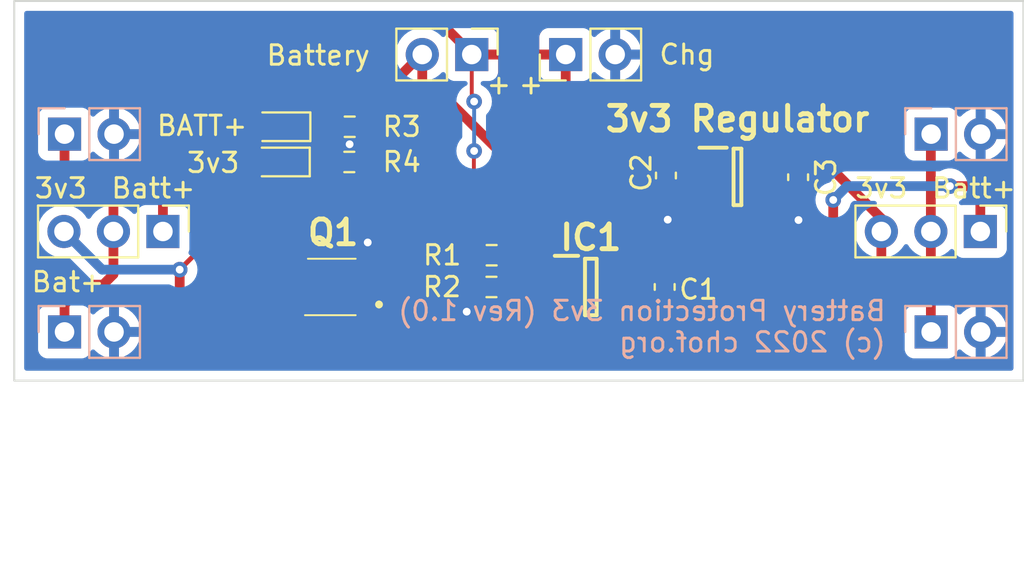
<source format=kicad_pcb>
(kicad_pcb (version 20211014) (generator pcbnew)
  (title_block (company "chof.org"))
  (layers (0 "F.Cu" signal) (31 "B.Cu" signal) (34 "B.Paste" user) (35 "F.Paste" user) (36 "B.SilkS" user "B.Silkscreen") (37 "F.SilkS" user "F.Silkscreen") (38 "B.Mask" user) (39 "F.Mask" user) (44 "Edge.Cuts" user))
  (net 0 "")
  (net 1 "/BATT-")
  (net 2 "/BATT+")
  (net 3 "GND")
  (net 4 "+3V3")
  (net 5 "Net-(IC1-Pad1)")
  (net 6 "Net-(IC1-Pad2)")
  (net 7 "Net-(IC1-Pad3)")
  (net 12 "/VCC")
  (net 13 "/Left")
  (net 14 "/Right")
  (net 15 "Net-(D1-Pad1)")
  (net 16 "Net-(D2-Pad1)")
  (footprint "Resistor_SMD:R_0603_1608Metric_Pad0.98x0.95mm_HandSolder" (layer "F.Cu") (at 161.29 97.79 180)
    (fp_text reference "R2" (at 2.54 0) (layer "F.SilkS"))
    (fp_text value "2k")
    (fp_line (start -0.254724 0.5225) (end 0.254724 0.5225) (layer "F.SilkS") (width 0.12))
    (fp_line (start -0.254724 -0.5225) (end 0.254724 -0.5225) (layer "F.SilkS") (width 0.12))
    (pad "1" smd roundrect (at -0.9125 0 180) (size 0.975 0.95) (layers "F.Cu" "F.Paste" "F.Mask") (net 6 "Net-(IC1-Pad2)"))
    (pad "2" smd roundrect (at 0.9125 0 180) (size 0.975 0.95) (layers "F.Cu" "F.Paste" "F.Mask") (net 3 "GND"))
  )
  (footprint "Connector_PinHeader_2.54mm:PinHeader_1x03_P2.54mm_Vertical" (layer "F.Cu") (at 144.43 94.94 -90)
    (fp_text reference "JL1" hide)
    (fp_text value "Conn_01x03" hide)
    (fp_line (start -1.33 1.27) (end 1.33 1.27) (layer "F.SilkS") (width 0.12))
    (fp_line (start -1.33 -1.33) (end 0 -1.33) (layer "F.SilkS") (width 0.12))
    (fp_line (start -1.33 6.41) (end 1.33 6.41) (layer "F.SilkS") (width 0.12))
    (fp_line (start -1.33 1.27) (end -1.33 6.41) (layer "F.SilkS") (width 0.12))
    (fp_line (start 1.33 1.27) (end 1.33 6.41) (layer "F.SilkS") (width 0.12))
    (fp_line (start -1.33 0) (end -1.33 -1.33) (layer "F.SilkS") (width 0.12))
    (pad "1" thru_hole rect (at 0 0 270) (size 1.7 1.7) (drill 1) (layers *.Cu *.Mask) (net 2 "/BATT+"))
    (pad "2" thru_hole oval (at 0 2.54 270) (size 1.7 1.7) (drill 1) (layers *.Cu *.Mask) (net 13 "/Left"))
    (pad "3" thru_hole oval (at 0 5.08 270) (size 1.7 1.7) (drill 1) (layers *.Cu *.Mask) (net 4 "+3V3"))
  )
  (footprint "LED_SMD:LED_0603_1608Metric_Pad1.05x0.95mm_HandSolder" (layer "F.Cu") (at 150.305 91.37 180)
    (fp_text reference "D2" hide)
    (fp_text value "3v3" (at 3.295 -0.04 180) (layer "F.SilkS"))
    (fp_line (start -1.66 -0.735) (end -1.66 0.735) (layer "F.SilkS") (width 0.12))
    (fp_line (start -1.66 0.735) (end 0.8 0.735) (layer "F.SilkS") (width 0.12))
    (fp_line (start 0.8 -0.735) (end -1.66 -0.735) (layer "F.SilkS") (width 0.12))
    (pad "1" smd roundrect (at -0.875 0 180) (size 1.05 0.95) (layers "F.Cu" "F.Paste" "F.Mask") (net 16 "Net-(D2-Pad1)"))
    (pad "2" smd roundrect (at 0.875 0 180) (size 1.05 0.95) (layers "F.Cu" "F.Paste" "F.Mask") (net 4 "+3V3"))
  )
  (footprint "footprints:FS8205" (layer "F.Cu") (at 153.67 97.79 180)
    (fp_text reference "Q1" (at 0.508 2.794) (layer "F.SilkS") (effects (font (size 1.27 1.27) (thickness 0.254))))
    (fp_text value "FS8205" hide)
    (fp_line (start -0.65 -1.45) (end 1.95 -1.45) (layer "F.SilkS") (width 0.1))
    (fp_line (start -0.65 1.45) (end 1.8 1.45) (layer "F.SilkS") (width 0.1))
    (fp_line (start -1.85 -0.8) (end -1.85 -0.8) (layer "F.SilkS") (width 0.2))
    (fp_line (start -1.85 -1) (end -1.85 -1) (layer "F.SilkS") (width 0.2))
    (fp_arc (start -1.85 -0.8) (mid -1.95 -0.9) (end -1.85 -1) (layer "F.SilkS") (width 0.2))
    (fp_arc (start -1.85 -1) (mid -1.75 -0.9) (end -1.85 -0.8) (layer "F.SilkS") (width 0.2))
    (pad "1" smd rect (at -0.5 -0.95 270) (size 0.6 1.4) (layers "F.Cu" "F.Paste" "F.Mask") (net 1 "/BATT-"))
    (pad "2" smd rect (at -0.5 0 270) (size 0.6 1.4) (layers "F.Cu" "F.Paste" "F.Mask"))
    (pad "3" smd rect (at -0.5 0.95 270) (size 0.6 1.4) (layers "F.Cu" "F.Paste" "F.Mask") (net 3 "GND"))
    (pad "4" smd rect (at 1.8 -0.95 270) (size 0.6 1.4) (layers "F.Cu" "F.Paste" "F.Mask") (net 7 "Net-(IC1-Pad3)"))
    (pad "5" smd rect (at 1.8 0 270) (size 0.6 1.4) (layers "F.Cu" "F.Paste" "F.Mask"))
    (pad "6" smd rect (at 1.8 0.95 270) (size 0.6 1.4) (layers "F.Cu" "F.Paste" "F.Mask") (net 5 "Net-(IC1-Pad1)"))
  )
  (footprint "footprints:SOT95P280X145-6N" (layer "F.Cu") (at 166.39 97.79)
    (fp_text reference "IC1" (at 0 -2.54) (layer "F.SilkS") (effects (font (size 1.27 1.27) (thickness 0.254))))
    (fp_text value "FS312F-G" hide)
    (fp_line (start -1.85 -1.6) (end -0.65 -1.6) (layer "F.SilkS") (width 0.2))
    (fp_line (start 0.3 -1.45) (end 0.3 1.45) (layer "F.SilkS") (width 0.2))
    (fp_line (start -0.3 1.45) (end -0.3 -1.45) (layer "F.SilkS") (width 0.2))
    (fp_line (start 0.3 1.45) (end -0.3 1.45) (layer "F.SilkS") (width 0.2))
    (fp_line (start -0.3 -1.45) (end 0.3 -1.45) (layer "F.SilkS") (width 0.2))
    (pad "1" smd rect (at -1.25 -0.95 90) (size 0.6 1.2) (layers "F.Cu" "F.Paste" "F.Mask") (net 5 "Net-(IC1-Pad1)"))
    (pad "2" smd rect (at -1.25 0 90) (size 0.6 1.2) (layers "F.Cu" "F.Paste" "F.Mask") (net 6 "Net-(IC1-Pad2)"))
    (pad "3" smd rect (at -1.25 0.95 90) (size 0.6 1.2) (layers "F.Cu" "F.Paste" "F.Mask") (net 7 "Net-(IC1-Pad3)"))
    (pad "4" smd rect (at 1.25 0.95 90) (size 0.6 1.2) (layers "F.Cu" "F.Paste" "F.Mask"))
    (pad "5" smd rect (at 1.25 0 90) (size 0.6 1.2) (layers "F.Cu" "F.Paste" "F.Mask") (net 12 "/VCC"))
    (pad "6" smd rect (at 1.25 -0.95 90) (size 0.6 1.2) (layers "F.Cu" "F.Paste" "F.Mask") (net 1 "/BATT-"))
  )
  (footprint "Connector_PinHeader_2.54mm:PinHeader_1x03_P2.54mm_Vertical" (layer "F.Cu") (at 186.38 94.94 -90)
    (fp_text reference "JR1" hide)
    (fp_text value "Conn_01x03" hide)
    (fp_line (start 1.33 1.27) (end 1.33 6.41) (layer "F.SilkS") (width 0.12))
    (fp_line (start -1.33 -1.33) (end 0 -1.33) (layer "F.SilkS") (width 0.12))
    (fp_line (start -1.33 0) (end -1.33 -1.33) (layer "F.SilkS") (width 0.12))
    (fp_line (start -1.33 1.27) (end 1.33 1.27) (layer "F.SilkS") (width 0.12))
    (fp_line (start -1.33 6.41) (end 1.33 6.41) (layer "F.SilkS") (width 0.12))
    (fp_line (start -1.33 1.27) (end -1.33 6.41) (layer "F.SilkS") (width 0.12))
    (pad "1" thru_hole rect locked (at 0 0 270) (size 1.7 1.7) (drill 1) (layers *.Cu *.Mask) (net 2 "/BATT+"))
    (pad "2" thru_hole oval locked (at 0 2.54 270) (size 1.7 1.7) (drill 1) (layers *.Cu *.Mask) (net 14 "/Right"))
    (pad "3" thru_hole oval locked (at 0 5.08 270) (size 1.7 1.7) (drill 1) (layers *.Cu *.Mask) (net 4 "+3V3"))
  )
  (footprint "Resistor_SMD:R_0603_1608Metric_Pad0.98x0.95mm_HandSolder" (layer "F.Cu") (at 153.995 91.37)
    (fp_text reference "R4" (at 2.69 0) (layer "F.SilkS"))
    (fp_text value "680")
    (fp_line (start -0.254724 0.5225) (end 0.254724 0.5225) (layer "F.SilkS") (width 0.12))
    (fp_line (start -0.254724 -0.5225) (end 0.254724 -0.5225) (layer "F.SilkS") (width 0.12))
    (pad "1" smd roundrect (at -0.9125 0) (size 0.975 0.95) (layers "F.Cu" "F.Paste" "F.Mask") (net 16 "Net-(D2-Pad1)"))
    (pad "2" smd roundrect (at 0.9125 0) (size 0.975 0.95) (layers "F.Cu" "F.Paste" "F.Mask") (net 3 "GND"))
  )
  (footprint "Resistor_SMD:R_0603_1608Metric_Pad0.98x0.95mm_HandSolder" (layer "F.Cu") (at 161.3 96.16 180)
    (fp_text reference "R1" (at 2.54 0) (layer "F.SilkS"))
    (fp_text value "100")
    (fp_line (start -0.254724 -0.5225) (end 0.254724 -0.5225) (layer "F.SilkS") (width 0.12))
    (fp_line (start -0.254724 0.5225) (end 0.254724 0.5225) (layer "F.SilkS") (width 0.12))
    (pad "1" smd roundrect (at -0.9125 0 180) (size 0.975 0.95) (layers "F.Cu" "F.Paste" "F.Mask") (net 12 "/VCC"))
    (pad "2" smd roundrect (at 0.9125 0 180) (size 0.975 0.95) (layers "F.Cu" "F.Paste" "F.Mask") (net 2 "/BATT+"))
  )
  (footprint "footprints:SOT95P270X145-5N" (layer "F.Cu") (at 173.91425 92.1355)
    (fp_text reference "IC2" hide)
    (fp_text value "3v3 Regulator" (at 0.00575 -2.9755) (layer "F.SilkS") (effects (font (size 1.27 1.27) (thickness 0.254))))
    (fp_line (start -0.2 1.45) (end -0.2 -1.45) (layer "F.SilkS") (width 0.2))
    (fp_line (start -0.2 -1.45) (end 0.2 -1.45) (layer "F.SilkS") (width 0.2))
    (fp_line (start 0.2 -1.45) (end 0.2 1.45) (layer "F.SilkS") (width 0.2))
    (fp_line (start 0.2 1.45) (end -0.2 1.45) (layer "F.SilkS") (width 0.2))
    (fp_line (start -1.95 -1.5) (end -0.55 -1.5) (layer "F.SilkS") (width 0.2))
    (pad "1" smd rect (at -1.25 -0.95 90) (size 0.6 1.4) (layers "F.Cu" "F.Paste" "F.Mask") (net 2 "/BATT+"))
    (pad "2" smd rect (at -1.25 0 90) (size 0.6 1.4) (layers "F.Cu" "F.Paste" "F.Mask") (net 3 "GND"))
    (pad "3" smd rect (at -1.25 0.95 90) (size 0.6 1.4) (layers "F.Cu" "F.Paste" "F.Mask") (net 2 "/BATT+"))
    (pad "4" smd rect (at 1.25 0.95 90) (size 0.6 1.4) (layers "F.Cu" "F.Paste" "F.Mask"))
    (pad "5" smd rect (at 1.25 -0.95 90) (size 0.6 1.4) (layers "F.Cu" "F.Paste" "F.Mask") (net 4 "+3V3"))
  )
  (footprint "Capacitor_SMD:C_0603_1608Metric_Pad1.08x0.95mm_HandSolder" (layer "F.Cu") (at 170.18 97.79 90)
    (fp_text reference "C1" (at -0.13 1.73 180) (layer "F.SilkS"))
    (fp_text value "0.1uF")
    (fp_line (start -0.146267 -0.51) (end 0.146267 -0.51) (layer "F.SilkS") (width 0.12))
    (fp_line (start -0.146267 0.51) (end 0.146267 0.51) (layer "F.SilkS") (width 0.12))
    (pad "1" smd roundrect (at -0.8625 0 90) (size 1.075 0.95) (layers "F.Cu" "F.Paste" "F.Mask") (net 12 "/VCC"))
    (pad "2" smd roundrect (at 0.8625 0 90) (size 1.075 0.95) (layers "F.Cu" "F.Paste" "F.Mask") (net 1 "/BATT-"))
  )
  (footprint "Resistor_SMD:R_0603_1608Metric_Pad0.98x0.95mm_HandSolder" (layer "F.Cu") (at 154.015 89.56)
    (fp_text reference "R3" (at 2.67 0) (layer "F.SilkS"))
    (fp_text value "680")
    (fp_line (start -0.254724 -0.5225) (end 0.254724 -0.5225) (layer "F.SilkS") (width 0.12))
    (fp_line (start -0.254724 0.5225) (end 0.254724 0.5225) (layer "F.SilkS") (width 0.12))
    (pad "1" smd roundrect (at -0.9125 0) (size 0.975 0.95) (layers "F.Cu" "F.Paste" "F.Mask") (net 15 "Net-(D1-Pad1)"))
    (pad "2" smd roundrect (at 0.9125 0) (size 0.975 0.95) (layers "F.Cu" "F.Paste" "F.Mask") (net 3 "GND"))
  )
  (footprint "Connector_PinHeader_2.54mm:PinHeader_1x02_P2.54mm_Vertical" (layer "F.Cu") (at 160.279 85.852 -90)
    (fp_text reference "J3")
    (fp_text value "Battery" (at 0.042 7.879 180) (layer "F.SilkS"))
    (fp_line (start -1.33 0) (end -1.33 -1.33) (layer "F.SilkS") (width 0.12))
    (fp_line (start -1.33 -1.33) (end 0 -1.33) (layer "F.SilkS") (width 0.12))
    (fp_line (start -1.33 3.87) (end 1.33 3.87) (layer "F.SilkS") (width 0.12))
    (fp_line (start -1.33 1.27) (end 1.33 1.27) (layer "F.SilkS") (width 0.12))
    (fp_line (start 1.33 1.27) (end 1.33 3.87) (layer "F.SilkS") (width 0.12))
    (fp_line (start -1.33 1.27) (end -1.33 3.87) (layer "F.SilkS") (width 0.12))
    (pad "1" thru_hole rect (at 0 0 270) (size 1.7 1.7) (drill 1) (layers *.Cu *.Mask) (net 2 "/BATT+"))
    (pad "2" thru_hole oval (at 0 2.54 270) (size 1.7 1.7) (drill 1) (layers *.Cu *.Mask) (net 1 "/BATT-"))
  )
  (footprint "Capacitor_SMD:C_0603_1608Metric_Pad1.08x0.95mm_HandSolder" (layer "F.Cu") (at 170.24425 92.0655 -90)
    (fp_text reference "C2" (at -0.146267 1.27 90) (layer "F.SilkS"))
    (fp_text value "1uF")
    (fp_line (start -0.146267 -0.51) (end 0.146267 -0.51) (layer "F.SilkS") (width 0.12))
    (fp_line (start -0.146267 0.51) (end 0.146267 0.51) (layer "F.SilkS") (width 0.12))
    (pad "1" smd roundrect (at -0.8625 0 270) (size 1.075 0.95) (layers "F.Cu" "F.Paste" "F.Mask") (net 2 "/BATT+"))
    (pad "2" smd roundrect (at 0.8625 0 270) (size 1.075 0.95) (layers "F.Cu" "F.Paste" "F.Mask") (net 3 "GND"))
  )
  (footprint "Connector_PinHeader_2.54mm:PinHeader_1x02_P2.54mm_Vertical" (layer "F.Cu") (at 165.1 85.852 90)
    (fp_text reference "J6")
    (fp_text value "Chg" (at 0 6.223 180) (layer "F.SilkS"))
    (fp_line (start -1.33 1.27) (end -1.33 3.87) (layer "F.SilkS") (width 0.12))
    (fp_line (start -1.33 1.27) (end 1.33 1.27) (layer "F.SilkS") (width 0.12))
    (fp_line (start 1.33 1.27) (end 1.33 3.87) (layer "F.SilkS") (width 0.12))
    (fp_line (start -1.33 3.87) (end 1.33 3.87) (layer "F.SilkS") (width 0.12))
    (fp_line (start -1.33 -1.33) (end 0 -1.33) (layer "F.SilkS") (width 0.12))
    (fp_line (start -1.33 0) (end -1.33 -1.33) (layer "F.SilkS") (width 0.12))
    (pad "1" thru_hole rect locked (at 0 0 90) (size 1.7 1.7) (drill 1) (layers *.Cu *.Mask) (net 2 "/BATT+"))
    (pad "2" thru_hole oval locked (at 0 2.54 90) (size 1.7 1.7) (drill 1) (layers *.Cu *.Mask) (net 3 "GND"))
  )
  (footprint "Capacitor_SMD:C_0603_1608Metric_Pad1.08x0.95mm_HandSolder" (layer "F.Cu") (at 177.028 92.153 -90)
    (fp_text reference "C3" (at 0 -1.43 90) (layer "F.SilkS"))
    (fp_text value "1uF")
    (fp_line (start -0.146267 0.51) (end 0.146267 0.51) (layer "F.SilkS") (width 0.12))
    (fp_line (start -0.146267 -0.51) (end 0.146267 -0.51) (layer "F.SilkS") (width 0.12))
    (pad "1" smd roundrect (at -0.8625 0 270) (size 1.075 0.95) (layers "F.Cu" "F.Paste" "F.Mask") (net 4 "+3V3"))
    (pad "2" smd roundrect (at 0.8625 0 270) (size 1.075 0.95) (layers "F.Cu" "F.Paste" "F.Mask") (net 3 "GND"))
  )
  (footprint "LED_SMD:LED_0603_1608Metric_Pad1.05x0.95mm_HandSolder" (layer "F.Cu") (at 150.335 89.56 180)
    (fp_text reference "D1" hide)
    (fp_text value "BATT+" (at 3.895 0.05 180) (layer "F.SilkS"))
    (fp_line (start -1.66 0.735) (end 0.8 0.735) (layer "F.SilkS") (width 0.12))
    (fp_line (start 0.8 -0.735) (end -1.66 -0.735) (layer "F.SilkS") (width 0.12))
    (fp_line (start -1.66 -0.735) (end -1.66 0.735) (layer "F.SilkS") (width 0.12))
    (pad "1" smd roundrect (at -0.875 0 180) (size 1.05 0.95) (layers "F.Cu" "F.Paste" "F.Mask") (net 15 "Net-(D1-Pad1)"))
    (pad "2" smd roundrect (at 0.875 0 180) (size 1.05 0.95) (layers "F.Cu" "F.Paste" "F.Mask") (net 2 "/BATT+"))
  )
  (footprint "Connector_PinHeader_2.54mm:PinHeader_1x02_P2.54mm_Vertical" (layer "B.Cu") (at 183.855 100.1 -90)
    (fp_text reference "J2")
    (fp_text value "3v3" (at -7.38 2.555) (layer "F.SilkS"))
    (fp_line (start -1.33 0) (end -1.33 1.33) (layer "B.SilkS") (width 0.12))
    (fp_line (start 1.33 -1.27) (end 1.33 -3.87) (layer "B.SilkS") (width 0.12))
    (fp_line (start -1.33 1.33) (end 0 1.33) (layer "B.SilkS") (width 0.12))
    (fp_line (start -1.33 -1.27) (end 1.33 -1.27) (layer "B.SilkS") (width 0.12))
    (fp_line (start -1.33 -1.27) (end -1.33 -3.87) (layer "B.SilkS") (width 0.12))
    (fp_line (start -1.33 -3.87) (end 1.33 -3.87) (layer "B.SilkS") (width 0.12))
    (pad "1" thru_hole rect locked (at 0 0 270) (size 1.7 1.7) (drill 1) (layers *.Cu *.Mask) (net 14 "/Right"))
    (pad "2" thru_hole oval locked (at 0 -2.54 270) (size 1.7 1.7) (drill 1) (layers *.Cu *.Mask) (net 3 "GND"))
  )
  (footprint "Connector_PinHeader_2.54mm:PinHeader_1x02_P2.54mm_Vertical" (layer "B.Cu") (at 183.855 89.94 -90)
    (fp_text reference "J5" hide)
    (fp_text value "3v3" hide)
    (fp_line (start 1.33 -1.27) (end 1.33 -3.87) (layer "B.SilkS") (width 0.12))
    (fp_line (start -1.33 0) (end -1.33 1.33) (layer "B.SilkS") (width 0.12))
    (fp_line (start -1.33 -1.27) (end 1.33 -1.27) (layer "B.SilkS") (width 0.12))
    (fp_line (start -1.33 -1.27) (end -1.33 -3.87) (layer "B.SilkS") (width 0.12))
    (fp_line (start -1.33 -3.87) (end 1.33 -3.87) (layer "B.SilkS") (width 0.12))
    (fp_line (start -1.33 1.33) (end 0 1.33) (layer "B.SilkS") (width 0.12))
    (pad "1" thru_hole rect locked (at 0 0 270) (size 1.7 1.7) (drill 1) (layers *.Cu *.Mask) (net 14 "/Right"))
    (pad "2" thru_hole oval locked (at 0 -2.54 270) (size 1.7 1.7) (drill 1) (layers *.Cu *.Mask) (net 3 "GND"))
  )
  (footprint "Connector_PinHeader_2.54mm:PinHeader_1x02_P2.54mm_Vertical" (layer "B.Cu") (at 139.38 89.94 -90)
    (fp_text reference "J4" hide)
    (fp_text value "Bat+" hide)
    (fp_line (start 1.33 -1.27) (end 1.33 -3.87) (layer "B.SilkS") (width 0.12))
    (fp_line (start -1.33 -1.27) (end -1.33 -3.87) (layer "B.SilkS") (width 0.12))
    (fp_line (start -1.33 0) (end -1.33 1.33) (layer "B.SilkS") (width 0.12))
    (fp_line (start -1.33 1.33) (end 0 1.33) (layer "B.SilkS") (width 0.12))
    (fp_line (start -1.33 -1.27) (end 1.33 -1.27) (layer "B.SilkS") (width 0.12))
    (fp_line (start -1.33 -3.87) (end 1.33 -3.87) (layer "B.SilkS") (width 0.12))
    (pad "1" thru_hole rect locked (at 0 0 270) (size 1.7 1.7) (drill 1) (layers *.Cu *.Mask) (net 13 "/Left"))
    (pad "2" thru_hole oval locked (at 0 -2.54 270) (size 1.7 1.7) (drill 1) (layers *.Cu *.Mask) (net 3 "GND"))
  )
  (footprint "Connector_PinHeader_2.54mm:PinHeader_1x02_P2.54mm_Vertical" (layer "B.Cu") (at 139.38 100.1 -90)
    (fp_text reference "J1")
    (fp_text value "Bat+" (at -2.564 -0.175) (layer "F.SilkS"))
    (fp_line (start -1.33 -1.27) (end 1.33 -1.27) (layer "B.SilkS") (width 0.12))
    (fp_line (start -1.33 0) (end -1.33 1.33) (layer "B.SilkS") (width 0.12))
    (fp_line (start -1.33 -1.27) (end -1.33 -3.87) (layer "B.SilkS") (width 0.12))
    (fp_line (start -1.33 -3.87) (end 1.33 -3.87) (layer "B.SilkS") (width 0.12))
    (fp_line (start 1.33 -1.27) (end 1.33 -3.87) (layer "B.SilkS") (width 0.12))
    (fp_line (start -1.33 1.33) (end 0 1.33) (layer "B.SilkS") (width 0.12))
    (pad "1" thru_hole rect locked (at 0 0 270) (size 1.7 1.7) (drill 1) (layers *.Cu *.Mask) (net 13 "/Left"))
    (pad "2" thru_hole oval locked (at 0 -2.54 270) (size 1.7 1.7) (drill 1) (layers *.Cu *.Mask) (net 3 "GND"))
  )
  (gr_rect locked (start 136.8 83.1) (end 188.59 102.6) (layer "Edge.Cuts") (width 0.1) (fill none))
  (gr_text "Battery Protection 3v3 (Rev 1.0)\n(c) 2022 chof.org " (at 181.61 99.822) (layer "B.SilkS") (effects (font (size 1 1)) (justify left mirror)))
  (gr_text "Batt+" (at 186.05 92.72) (layer "F.SilkS") (effects (font (size 1 1))))
  (gr_text "+" (at 161.671 87.376) (layer "F.SilkS") (effects (font (size 1 1))))
  (gr_text "+" (at 163.322 87.376) (layer "F.SilkS") (effects (font (size 1 1))))
  (gr_text "Batt+" (at 143.94 92.72) (layer "F.SilkS") (effects (font (size 1 1))))
  (gr_text "3v3" (at 139.19 92.72) (layer "F.SilkS") (effects (font (size 1 1))))
  (segment (start 167.64 96.774) (end 159.131 88.265) (width 0.5) (layer "F.Cu") (net 1))
  (segment (start 170.18 96.9275) (end 169.1375 96.9275) (width 0.5) (layer "F.Cu") (net 1))
  (segment (start 155.94 98.24) (end 155.94 87.609) (width 0.5) (layer "F.Cu") (net 1))
  (segment (start 169.1375 96.9275) (end 167.7275 96.9275) (width 0.5) (layer "F.Cu") (net 1))
  (segment (start 158.115 88.265) (end 157.739 87.889) (width 0.5) (layer "F.Cu") (net 1))
  (segment (start 155.94 87.609) (end 157.739 85.81) (width 0.5) (layer "F.Cu") (net 1))
  (segment (start 155.44 98.74) (end 155.94 98.24) (width 0.5) (layer "F.Cu") (net 1))
  (segment (start 157.739 87.889) (end 157.739 85.81) (width 0.5) (layer "F.Cu") (net 1))
  (segment (start 167.64 96.84) (end 167.64 96.774) (width 0.5) (layer "F.Cu") (net 1))
  (segment (start 159.131 88.265) (end 158.115 88.265) (width 0.5) (layer "F.Cu") (net 1))
  (segment (start 167.7275 96.9275) (end 167.64 96.84) (width 0.5) (layer "F.Cu") (net 1))
  (segment (start 154.17 98.74) (end 155.44 98.74) (width 0.5) (layer "F.Cu") (net 1))
  (segment (start 174.08425 91.4955) (end 173.70425 91.1155) (width 0.2) (layer "F.Cu") (net 2))
  (segment (start 186.38 93.21) (end 186.38 94.94) (width 0.5) (layer "F.Cu") (net 2))
  (segment (start 168.46 94.51) (end 169.29 95.34) (width 0.5) (layer "F.Cu") (net 2))
  (segment (start 185.78 92.61) (end 186.38 93.21) (width 0.5) (layer "F.Cu") (net 2))
  (segment (start 144.43 86.82) (end 144.43 89.5) (width 0.5) (layer "F.Cu") (net 2))
  (segment (start 165.1 87.85) (end 168.46 91.21) (width 0.5) (layer "F.Cu") (net 2))
  (segment (start 168.46 91.21) (end 170.23725 91.21) (width 0.5) (layer "F.Cu") (net 2))
  (segment (start 158.339 83.87) (end 147.36 83.87) (width 0.5) (layer "F.Cu") (net 2))
  (segment (start 178.83 94.75) (end 178.83 93.32) (width 0.5) (layer "F.Cu") (net 2))
  (segment (start 144.49 89.56) (end 144.43 89.5) (width 0.2) (layer "F.Cu") (net 2))
  (segment (start 147.36 83.87) (end 144.42 86.81) (width 0.5) (layer "F.Cu") (net 2))
  (segment (start 168.46 91.21) (end 168.46 94.51) (width 0.5) (layer "F.Cu") (net 2))
  (segment (start 173.70425 91.1155) (end 172.80425 91.1155) (width 0.2) (layer "F.Cu") (net 2))
  (segment (start 178.24 95.34) (end 178.74 94.84) (width 0.5) (layer "F.Cu") (net 2))
  (segment (start 160.3875 90.8185) (end 160.401 90.805) (width 0.2) (layer "F.Cu") (net 2))
  (segment (start 160.3875 93.8725) (end 160.3875 90.8185) (width 0.2) (layer "F.Cu") (net 2))
  (segment (start 184.82 92.61) (end 185.78 92.61) (width 0.5) (layer "F.Cu") (net 2))
  (segment (start 165.1 85.852) (end 165.1 87.85) (width 0.5) (layer "F.Cu") (net 2))
  (segment (start 160.401 88.265) (end 160.279 88.143) (width 0.2) (layer "F.Cu") (net 2))
  (segment (start 172.80425 93.0155) (end 173.70425 93.0155) (width 0.2) (layer "F.Cu") (net 2))
  (segment (start 160.279 88.143) (end 160.279 85.81) (width 0.2) (layer "F.Cu") (net 2))
  (segment (start 173.70425 93.0155) (end 174.08425 92.6355) (width 0.2) (layer "F.Cu") (net 2))
  (segment (start 174.08425 92.6355) (end 174.08425 91.4955) (width 0.2) (layer "F.Cu") (net 2))
  (segment (start 160.3875 96.16) (end 160.3875 93.8725) (width 0.2) (layer "F.Cu") (net 2))
  (segment (start 178.74 94.84) (end 178.83 94.75) (width 0.5) (layer "F.Cu") (net 2))
  (segment (start 158.339 83.87) (end 160.279 85.81) (width 0.5) (layer "F.Cu") (net 2))
  (segment (start 149.46 89.56) (end 144.49 89.56) (width 0.2) (layer "F.Cu") (net 2))
  (segment (start 144.43 89.5) (end 144.43 94.94) (width 0.5) (layer "F.Cu") (net 2))
  (segment (start 169.29 95.34) (end 178.24 95.34) (width 0.5) (layer "F.Cu") (net 2))
  (via (at 178.83 93.32) (size 0.8) (drill 0.4) (layers "F.Cu" "B.Cu") (net 2))
  (via (at 184.82 92.61) (size 0.8) (drill 0.4) (layers "F.Cu" "B.Cu") (net 2))
  (via (at 160.401 90.805) (size 0.8) (drill 0.4) (layers "F.Cu" "B.Cu") (net 2))
  (via (at 160.401 88.265) (size 0.8) (drill 0.4) (layers "F.Cu" "B.Cu") (net 2))
  (segment (start 160.401 90.805) (end 160.401 88.265) (width 0.2) (layer "B.Cu") (net 2))
  (segment (start 178.83 93.32) (end 179.54 92.61) (width 0.5) (layer "B.Cu") (net 2))
  (segment (start 179.54 92.61) (end 184.82 92.61) (width 0.5) (layer "B.Cu") (net 2))
  (segment (start 154.01 90.46) (end 154.01 90.4725) (width 0.25) (layer "F.Cu") (net 3))
  (segment (start 160.3775 98.7025) (end 160.02 99.06) (width 0.25) (layer "F.Cu") (net 3))
  (segment (start 154.01 90.4725) (end 154.9075 91.37) (width 0.25) (layer "F.Cu") (net 3))
  (segment (start 160.3775 97.79) (end 160.3775 98.7025) (width 0.25) (layer "F.Cu") (net 3))
  (segment (start 171.10675 92.0655) (end 172.80425 92.0655) (width 0.5) (layer "F.Cu") (net 3))
  (segment (start 170.24425 92.928) (end 170.24425 94.24125) (width 0.5) (layer "F.Cu") (net 3))
  (segment (start 154.17 96.84) (end 154.17 96.274) (width 0.5) (layer "F.Cu") (net 3))
  (segment (start 170.24425 92.928) (end 171.10675 92.0655) (width 0.5) (layer "F.Cu") (net 3))
  (segment (start 154.01 90.46) (end 154.0275 90.46) (width 0.25) (layer "F.Cu") (net 3))
  (segment (start 177.028 93.0155) (end 177.028 94.333) (width 0.5) (layer "F.Cu") (net 3))
  (segment (start 154.17 96.274) (end 154.94 95.504) (width 0.5) (layer "F.Cu") (net 3))
  (segment (start 154.0275 90.46) (end 154.9275 89.56) (width 0.25) (layer "F.Cu") (net 3))
  (segment (start 177.028 94.333) (end 177.048 94.353) (width 0.25) (layer "F.Cu") (net 3))
  (segment (start 170.24425 94.24125) (end 170.336 94.333) (width 0.5) (layer "F.Cu") (net 3))
  (via (at 177.048 94.353) (size 0.8) (drill 0.4) (layers "F.Cu" "B.Cu") (net 3))
  (via (at 170.336 94.333) (size 0.8) (drill 0.4) (layers "F.Cu" "B.Cu") (net 3))
  (via (at 160.02 99.06) (size 0.8) (drill 0.4) (layers "F.Cu" "B.Cu") (net 3))
  (via (at 154.01 90.46) (size 0.8) (drill 0.4) (layers "F.Cu" "B.Cu") (net 3))
  (via (at 154.94 95.504) (size 0.8) (drill 0.4) (layers "F.Cu" "B.Cu") (net 3))
  (segment (start 181.3 94.27) (end 178.32 91.29) (width 0.5) (layer "F.Cu") (net 4))
  (segment (start 145.29 96.9) (end 148.64 93.55) (width 0.25) (layer "F.Cu") (net 4))
  (segment (start 145.29 99.6) (end 147.45 101.76) (width 0.5) (layer "F.Cu") (net 4))
  (segment (start 175.16425 91.1855) (end 176.923 91.1855) (width 1) (layer "F.Cu") (net 4))
  (segment (start 181.3 94.94) (end 181.3 94.27) (width 0.5) (layer "F.Cu") (net 4))
  (segment (start 145.29 96.9) (end 145.29 99.6) (width 0.5) (layer "F.Cu") (net 4))
  (segment (start 148.64 92.16) (end 149.43 91.37) (width 0.25) (layer "F.Cu") (net 4))
  (segment (start 177.0285 91.29) (end 177.028 91.2905) (width 0.5) (layer "F.Cu") (net 4))
  (segment (start 176.923 91.1855) (end 177.028 91.2905) (width 1) (layer "F.Cu") (net 4))
  (segment (start 148.64 93.55) (end 148.64 92.16) (width 0.25) (layer "F.Cu") (net 4))
  (segment (start 178.2 101.76) (end 181.3 98.66) (width 0.5) (layer "F.Cu") (net 4))
  (segment (start 178.32 91.29) (end 177.0285 91.29) (width 0.5) (layer "F.Cu") (net 4))
  (segment (start 147.45 101.76) (end 178.2 101.76) (width 0.5) (layer "F.Cu") (net 4))
  (segment (start 181.3 98.66) (end 181.3 94.94) (width 0.5) (layer "F.Cu") (net 4))
  (via (at 145.29 96.9) (size 0.8) (drill 0.4) (layers "F.Cu" "B.Cu") (net 4))
  (segment (start 141.31 96.9) (end 139.35 94.94) (width 0.5) (layer "B.Cu") (net 4))
  (segment (start 145.29 96.9) (end 141.31 96.9) (width 0.5) (layer "B.Cu") (net 4))
  (segment (start 165.14 96.84) (end 165.74 96.84) (width 0.13) (layer "F.Cu") (net 5))
  (segment (start 150.54 99.57) (end 150.54 97.02) (width 0.13) (layer "F.Cu") (net 5))
  (segment (start 151.48 100.51) (end 150.54 99.57) (width 0.13) (layer "F.Cu") (net 5))
  (segment (start 165.74 96.84) (end 166.09 97.19) (width 0.13) (layer "F.Cu") (net 5))
  (segment (start 150.54 97.02) (end 150.72 96.84) (width 0.13) (layer "F.Cu") (net 5))
  (segment (start 150.72 96.84) (end 151.87 96.84) (width 0.13) (layer "F.Cu") (net 5))
  (segment (start 166.09 97.19) (end 166.09 99.42) (width 0.13) (layer "F.Cu") (net 5))
  (segment (start 165 100.51) (end 151.48 100.51) (width 0.13) (layer "F.Cu") (net 5))
  (segment (start 166.09 99.42) (end 165 100.51) (width 0.13) (layer "F.Cu") (net 5))
  (segment (start 162.2025 97.79) (end 165.14 97.79) (width 0.13) (layer "F.Cu") (net 6))
  (segment (start 165.14 98.74) (end 164.48 98.74) (width 0.13) (layer "F.Cu") (net 7))
  (segment (start 151.87 99.58) (end 151.87 98.74) (width 0.13) (layer "F.Cu") (net 7))
  (segment (start 152.42 100.13) (end 151.87 99.58) (width 0.13) (layer "F.Cu") (net 7))
  (segment (start 164.48 98.74) (end 163.09 100.13) (width 0.13) (layer "F.Cu") (net 7))
  (segment (start 163.09 100.13) (end 152.42 100.13) (width 0.13) (layer "F.Cu") (net 7))
  (segment (start 169.5225 98.6525) (end 168.66 97.79) (width 0.5) (layer "F.Cu") (net 12))
  (segment (start 168.66 97.79) (end 167.64 97.79) (width 0.5) (layer "F.Cu") (net 12))
  (segment (start 166.415489 96.944511) (end 166.415489 96.514511) (width 0.13) (layer "F.Cu") (net 12))
  (segment (start 170.18 98.6525) (end 169.5225 98.6525) (width 0.5) (layer "F.Cu") (net 12))
  (segment (start 166.415489 96.944511) (end 167.260978 97.79) (width 0.13) (layer "F.Cu") (net 12))
  (segment (start 166.07 96.16) (end 162.2125 96.16) (width 0.13) (layer "F.Cu") (net 12))
  (segment (start 166.415489 96.514511) (end 166.42 96.51) (width 0.13) (layer "F.Cu") (net 12))
  (segment (start 167.260978 97.79) (end 167.64 97.79) (width 0.13) (layer "F.Cu") (net 12))
  (segment (start 166.42 96.51) (end 166.07 96.16) (width 0.13) (layer "F.Cu") (net 12))
  (segment (start 141.89 97.14) (end 141.36 97.67) (width 0.5) (layer "F.Cu") (net 13))
  (segment (start 139.97 92.61) (end 139.38 92.02) (width 0.5) (layer "F.Cu") (net 13))
  (segment (start 141.19 92.61) (end 139.97 92.61) (width 0.5) (layer "F.Cu") (net 13))
  (segment (start 140.4 97.67) (end 139.38 98.69) (width 0.5) (layer "F.Cu") (net 13))
  (segment (start 139.38 92.02) (end 139.38 89.94) (width 0.5) (layer "F.Cu") (net 13))
  (segment (start 141.89 94.94) (end 141.89 93.31) (width 0.5) (layer "F.Cu") (net 13))
  (segment (start 139.38 98.69) (end 139.38 100.1) (width 0.5) (layer "F.Cu") (net 13))
  (segment (start 141.89 93.31) (end 141.19 92.61) (width 0.5) (layer "F.Cu") (net 13))
  (segment (start 141.89 94.94) (end 141.89 97.14) (width 0.5) (layer "F.Cu") (net 13))
  (segment (start 141.36 97.67) (end 140.4 97.67) (width 0.5) (layer "F.Cu") (net 13))
  (segment (start 183.84 89.955) (end 183.855 89.94) (width 0.25) (layer "F.Cu") (net 14))
  (segment (start 183.84 94.94) (end 183.84 89.955) (width 0.5) (layer "F.Cu") (net 14))
  (segment (start 183.84 94.94) (end 183.84 100.085) (width 0.5) (layer "F.Cu") (net 14))
  (segment (start 183.84 100.085) (end 183.855 100.1) (width 0.5) (layer "F.Cu") (net 14))
  (segment (start 150.7425 89.56) (end 153.1025 89.56) (width 0.13) (layer "F.Cu") (net 15))
  (segment (start 150.7125 91.37) (end 153.0825 91.37) (width 0.13) (layer "F.Cu") (net 16))
  (zone (net 2) (net_name "/BATT+") (layer "F.Cu") (connect_pads (clearance 0.508)) (min_thickness 0.254) (fill yes (thermal_gap 0.508) (thermal_bridge_width 0.508))
    (polygon (pts (xy 166.116 87.122) (xy 159.258 87.122) (xy 159.258 84.455) (xy 166.116 84.455)))
  )
  (zone (net 2) (net_name "/BATT+") (layer "F.Cu") (connect_pads yes (clearance 0.254)) (min_thickness 0.254) (fill yes (thermal_gap 0.508) (thermal_bridge_width 0.508))
    (polygon (pts (xy 171.26 90.84) (xy 173.4 90.84) (xy 173.4 91.56) (xy 171.29 91.56) (xy 170.75 91.8) (xy 169.74 91.8) (xy 169.73 90.67) (xy 170.76 90.67)))
  )
  (zone locked (net 3) (net_name "GND") (layer "B.Cu") (connect_pads (clearance 0.508)) (min_thickness 0.254) (fill yes (thermal_gap 0.508) (thermal_bridge_width 0.508))
    (polygon (pts (xy 188.468 102.108) (xy 137.16 102.108) (xy 137.16 83.312) (xy 188.468 83.312)))
  )
)
</source>
